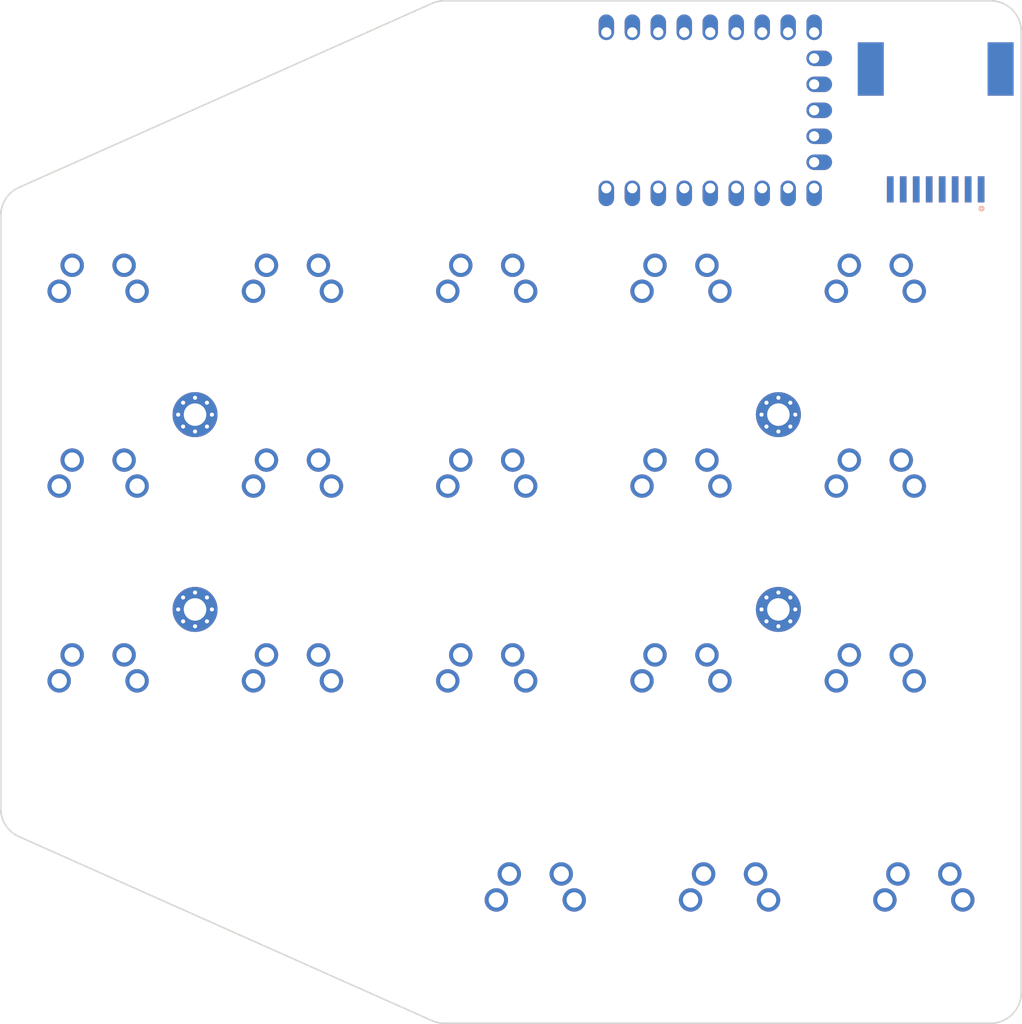
<source format=kicad_pcb>

            
(kicad_pcb (version 20171130) (host pcbnew 5.1.6)

  (page A3)
  (title_block
    (title quadrate_pcb)
    (rev v1.0.0)
    (company Unknown)
  )

  (general
    (thickness 1.6)
  )

  (layers
    (0 F.Cu signal)
    (31 B.Cu signal)
    (32 B.Adhes user)
    (33 F.Adhes user)
    (34 B.Paste user)
    (35 F.Paste user)
    (36 B.SilkS user)
    (37 F.SilkS user)
    (38 B.Mask user)
    (39 F.Mask user)
    (40 Dwgs.User user)
    (41 Cmts.User user)
    (42 Eco1.User user)
    (43 Eco2.User user)
    (44 Edge.Cuts user)
    (45 Margin user)
    (46 B.CrtYd user)
    (47 F.CrtYd user)
    (48 B.Fab user)
    (49 F.Fab user)
  )

  (setup
    (last_trace_width 0.25)
    (trace_clearance 0.2)
    (zone_clearance 0.508)
    (zone_45_only no)
    (trace_min 0.2)
    (via_size 0.8)
    (via_drill 0.4)
    (via_min_size 0.4)
    (via_min_drill 0.3)
    (uvia_size 0.3)
    (uvia_drill 0.1)
    (uvias_allowed no)
    (uvia_min_size 0.2)
    (uvia_min_drill 0.1)
    (edge_width 0.05)
    (segment_width 0.2)
    (pcb_text_width 0.3)
    (pcb_text_size 1.5 1.5)
    (mod_edge_width 0.12)
    (mod_text_size 1 1)
    (mod_text_width 0.15)
    (pad_size 1.524 1.524)
    (pad_drill 0.762)
    (pad_to_mask_clearance 0.05)
    (aux_axis_origin 0 0)
    (visible_elements FFFFFF7F)
    (pcbplotparams
      (layerselection 0x010fc_ffffffff)
      (usegerberextensions false)
      (usegerberattributes true)
      (usegerberadvancedattributes true)
      (creategerberjobfile true)
      (excludeedgelayer true)
      (linewidth 0.100000)
      (plotframeref false)
      (viasonmask false)
      (mode 1)
      (useauxorigin false)
      (hpglpennumber 1)
      (hpglpenspeed 20)
      (hpglpendiameter 15.000000)
      (psnegative false)
      (psa4output false)
      (plotreference true)
      (plotvalue true)
      (plotinvisibletext false)
      (padsonsilk false)
      (subtractmaskfromsilk false)
      (outputformat 1)
      (mirror false)
      (drillshape 1)
      (scaleselection 1)
      (outputdirectory ""))
  )

            (net 0 "")
(net 1 "matrix_pinky_bottom")
(net 2 "GND")
(net 3 "matrix_pinky_home")
(net 4 "matrix_pinky_top")
(net 5 "matrix_ring_bottom")
(net 6 "matrix_ring_home")
(net 7 "matrix_ring_top")
(net 8 "matrix_middle_bottom")
(net 9 "matrix_middle_home")
(net 10 "matrix_middle_top")
(net 11 "matrix_index_bottom")
(net 12 "matrix_index_home")
(net 13 "matrix_index_top")
(net 14 "matrix_inner_bottom")
(net 15 "matrix_inner_home")
(net 16 "matrix_inner_top")
(net 17 "thumbfan_near_home")
(net 18 "thumbfan_home_home")
(net 19 "thumbfan_far_home")
(net 20 "GP8")
(net 21 "GP9")
(net 22 "3V3")
(net 23 "5V")
            
  (net_class Default "This is the default net class."
    (clearance 0.2)
    (trace_width 0.25)
    (via_dia 0.8)
    (via_drill 0.4)
    (uvia_dia 0.3)
    (uvia_drill 0.1)
    (add_net "")
(add_net "matrix_pinky_bottom")
(add_net "GND")
(add_net "matrix_pinky_home")
(add_net "matrix_pinky_top")
(add_net "matrix_ring_bottom")
(add_net "matrix_ring_home")
(add_net "matrix_ring_top")
(add_net "matrix_middle_bottom")
(add_net "matrix_middle_home")
(add_net "matrix_middle_top")
(add_net "matrix_index_bottom")
(add_net "matrix_index_home")
(add_net "matrix_index_top")
(add_net "matrix_inner_bottom")
(add_net "matrix_inner_home")
(add_net "matrix_inner_top")
(add_net "thumbfan_near_home")
(add_net "thumbfan_home_home")
(add_net "thumbfan_far_home")
(add_net "GP8")
(add_net "GP9")
(add_net "3V3")
(add_net "5V")
  )

            
        
      (module MX (layer F.Cu) (tedit 5DD4F656)
      (at 152.4 152.4 0)

      
      (fp_text reference "S1" (at 0 0) (layer F.SilkS) hide (effects (font (size 1.27 1.27) (thickness 0.15))))
      (fp_text value "" (at 0 0) (layer F.SilkS) hide (effects (font (size 1.27 1.27) (thickness 0.15))))

      
      (fp_line (start -7 -6) (end -7 -7) (layer Dwgs.User) (width 0.15))
      (fp_line (start -7 7) (end -6 7) (layer Dwgs.User) (width 0.15))
      (fp_line (start -6 -7) (end -7 -7) (layer Dwgs.User) (width 0.15))
      (fp_line (start -7 7) (end -7 6) (layer Dwgs.User) (width 0.15))
      (fp_line (start 7 6) (end 7 7) (layer Dwgs.User) (width 0.15))
      (fp_line (start 7 -7) (end 6 -7) (layer Dwgs.User) (width 0.15))
      (fp_line (start 6 7) (end 7 7) (layer Dwgs.User) (width 0.15))
      (fp_line (start 7 -7) (end 7 -6) (layer Dwgs.User) (width 0.15))
    
      
      (pad "" np_thru_hole circle (at 0 0) (size 3.9878 3.9878) (drill 3.9878) (layers *.Cu *.Mask))

      
      (pad "" np_thru_hole circle (at 5.08 0) (size 1.7018 1.7018) (drill 1.7018) (layers *.Cu *.Mask))
      (pad "" np_thru_hole circle (at -5.08 0) (size 1.7018 1.7018) (drill 1.7018) (layers *.Cu *.Mask))
      
        
      
      (fp_line (start -9.5 -9.5) (end 9.5 -9.5) (layer Dwgs.User) (width 0.15))
      (fp_line (start 9.5 -9.5) (end 9.5 9.5) (layer Dwgs.User) (width 0.15))
      (fp_line (start 9.5 9.5) (end -9.5 9.5) (layer Dwgs.User) (width 0.15))
      (fp_line (start -9.5 9.5) (end -9.5 -9.5) (layer Dwgs.User) (width 0.15))
      
        
            
            (pad 1 thru_hole circle (at 2.54 -5.08) (size 2.286 2.286) (drill 1.4986) (layers *.Cu *.Mask) (net 1 "matrix_pinky_bottom"))
            (pad 2 thru_hole circle (at -3.81 -2.54) (size 2.286 2.286) (drill 1.4986) (layers *.Cu *.Mask) (net 2 "GND"))
          
            (pad "" np_thru_hole circle (at 2.54 5.08) (size 1.5 1.5) (drill 1.5) (layers *.Cu *.Mask))
            (pad "" np_thru_hole circle (at -3.81 2.54) (size 1.5 1.5) (drill 1.5) (layers *.Cu *.Mask))
          
        
            
            (pad 1 thru_hole circle (at -2.54 -5.08) (size 2.286 2.286) (drill 1.4986) (layers *.Cu *.Mask) (net 1 "matrix_pinky_bottom"))
            (pad 2 thru_hole circle (at 3.81 -2.54) (size 2.286 2.286) (drill 1.4986) (layers *.Cu *.Mask) (net 2 "GND"))
          
            (pad "" np_thru_hole circle (at -2.54 5.08) (size 1.5 1.5) (drill 1.5) (layers *.Cu *.Mask))
            (pad "" np_thru_hole circle (at 3.81 2.54) (size 1.5 1.5) (drill 1.5) (layers *.Cu *.Mask))
          )
        

        
      (module MX (layer F.Cu) (tedit 5DD4F656)
      (at 152.4 133.35 0)

      
      (fp_text reference "S2" (at 0 0) (layer F.SilkS) hide (effects (font (size 1.27 1.27) (thickness 0.15))))
      (fp_text value "" (at 0 0) (layer F.SilkS) hide (effects (font (size 1.27 1.27) (thickness 0.15))))

      
      (fp_line (start -7 -6) (end -7 -7) (layer Dwgs.User) (width 0.15))
      (fp_line (start -7 7) (end -6 7) (layer Dwgs.User) (width 0.15))
      (fp_line (start -6 -7) (end -7 -7) (layer Dwgs.User) (width 0.15))
      (fp_line (start -7 7) (end -7 6) (layer Dwgs.User) (width 0.15))
      (fp_line (start 7 6) (end 7 7) (layer Dwgs.User) (width 0.15))
      (fp_line (start 7 -7) (end 6 -7) (layer Dwgs.User) (width 0.15))
      (fp_line (start 6 7) (end 7 7) (layer Dwgs.User) (width 0.15))
      (fp_line (start 7 -7) (end 7 -6) (layer Dwgs.User) (width 0.15))
    
      
      (pad "" np_thru_hole circle (at 0 0) (size 3.9878 3.9878) (drill 3.9878) (layers *.Cu *.Mask))

      
      (pad "" np_thru_hole circle (at 5.08 0) (size 1.7018 1.7018) (drill 1.7018) (layers *.Cu *.Mask))
      (pad "" np_thru_hole circle (at -5.08 0) (size 1.7018 1.7018) (drill 1.7018) (layers *.Cu *.Mask))
      
        
      
      (fp_line (start -9.5 -9.5) (end 9.5 -9.5) (layer Dwgs.User) (width 0.15))
      (fp_line (start 9.5 -9.5) (end 9.5 9.5) (layer Dwgs.User) (width 0.15))
      (fp_line (start 9.5 9.5) (end -9.5 9.5) (layer Dwgs.User) (width 0.15))
      (fp_line (start -9.5 9.5) (end -9.5 -9.5) (layer Dwgs.User) (width 0.15))
      
        
            
            (pad 1 thru_hole circle (at 2.54 -5.08) (size 2.286 2.286) (drill 1.4986) (layers *.Cu *.Mask) (net 3 "matrix_pinky_home"))
            (pad 2 thru_hole circle (at -3.81 -2.54) (size 2.286 2.286) (drill 1.4986) (layers *.Cu *.Mask) (net 2 "GND"))
          
            (pad "" np_thru_hole circle (at 2.54 5.08) (size 1.5 1.5) (drill 1.5) (layers *.Cu *.Mask))
            (pad "" np_thru_hole circle (at -3.81 2.54) (size 1.5 1.5) (drill 1.5) (layers *.Cu *.Mask))
          
        
            
            (pad 1 thru_hole circle (at -2.54 -5.08) (size 2.286 2.286) (drill 1.4986) (layers *.Cu *.Mask) (net 3 "matrix_pinky_home"))
            (pad 2 thru_hole circle (at 3.81 -2.54) (size 2.286 2.286) (drill 1.4986) (layers *.Cu *.Mask) (net 2 "GND"))
          
            (pad "" np_thru_hole circle (at -2.54 5.08) (size 1.5 1.5) (drill 1.5) (layers *.Cu *.Mask))
            (pad "" np_thru_hole circle (at 3.81 2.54) (size 1.5 1.5) (drill 1.5) (layers *.Cu *.Mask))
          )
        

        
      (module MX (layer F.Cu) (tedit 5DD4F656)
      (at 152.4 114.3 0)

      
      (fp_text reference "S3" (at 0 0) (layer F.SilkS) hide (effects (font (size 1.27 1.27) (thickness 0.15))))
      (fp_text value "" (at 0 0) (layer F.SilkS) hide (effects (font (size 1.27 1.27) (thickness 0.15))))

      
      (fp_line (start -7 -6) (end -7 -7) (layer Dwgs.User) (width 0.15))
      (fp_line (start -7 7) (end -6 7) (layer Dwgs.User) (width 0.15))
      (fp_line (start -6 -7) (end -7 -7) (layer Dwgs.User) (width 0.15))
      (fp_line (start -7 7) (end -7 6) (layer Dwgs.User) (width 0.15))
      (fp_line (start 7 6) (end 7 7) (layer Dwgs.User) (width 0.15))
      (fp_line (start 7 -7) (end 6 -7) (layer Dwgs.User) (width 0.15))
      (fp_line (start 6 7) (end 7 7) (layer Dwgs.User) (width 0.15))
      (fp_line (start 7 -7) (end 7 -6) (layer Dwgs.User) (width 0.15))
    
      
      (pad "" np_thru_hole circle (at 0 0) (size 3.9878 3.9878) (drill 3.9878) (layers *.Cu *.Mask))

      
      (pad "" np_thru_hole circle (at 5.08 0) (size 1.7018 1.7018) (drill 1.7018) (layers *.Cu *.Mask))
      (pad "" np_thru_hole circle (at -5.08 0) (size 1.7018 1.7018) (drill 1.7018) (layers *.Cu *.Mask))
      
        
      
      (fp_line (start -9.5 -9.5) (end 9.5 -9.5) (layer Dwgs.User) (width 0.15))
      (fp_line (start 9.5 -9.5) (end 9.5 9.5) (layer Dwgs.User) (width 0.15))
      (fp_line (start 9.5 9.5) (end -9.5 9.5) (layer Dwgs.User) (width 0.15))
      (fp_line (start -9.5 9.5) (end -9.5 -9.5) (layer Dwgs.User) (width 0.15))
      
        
            
            (pad 1 thru_hole circle (at 2.54 -5.08) (size 2.286 2.286) (drill 1.4986) (layers *.Cu *.Mask) (net 4 "matrix_pinky_top"))
            (pad 2 thru_hole circle (at -3.81 -2.54) (size 2.286 2.286) (drill 1.4986) (layers *.Cu *.Mask) (net 2 "GND"))
          
            (pad "" np_thru_hole circle (at 2.54 5.08) (size 1.5 1.5) (drill 1.5) (layers *.Cu *.Mask))
            (pad "" np_thru_hole circle (at -3.81 2.54) (size 1.5 1.5) (drill 1.5) (layers *.Cu *.Mask))
          
        
            
            (pad 1 thru_hole circle (at -2.54 -5.08) (size 2.286 2.286) (drill 1.4986) (layers *.Cu *.Mask) (net 4 "matrix_pinky_top"))
            (pad 2 thru_hole circle (at 3.81 -2.54) (size 2.286 2.286) (drill 1.4986) (layers *.Cu *.Mask) (net 2 "GND"))
          
            (pad "" np_thru_hole circle (at -2.54 5.08) (size 1.5 1.5) (drill 1.5) (layers *.Cu *.Mask))
            (pad "" np_thru_hole circle (at 3.81 2.54) (size 1.5 1.5) (drill 1.5) (layers *.Cu *.Mask))
          )
        

        
      (module MX (layer F.Cu) (tedit 5DD4F656)
      (at 171.4 152.4 0)

      
      (fp_text reference "S4" (at 0 0) (layer F.SilkS) hide (effects (font (size 1.27 1.27) (thickness 0.15))))
      (fp_text value "" (at 0 0) (layer F.SilkS) hide (effects (font (size 1.27 1.27) (thickness 0.15))))

      
      (fp_line (start -7 -6) (end -7 -7) (layer Dwgs.User) (width 0.15))
      (fp_line (start -7 7) (end -6 7) (layer Dwgs.User) (width 0.15))
      (fp_line (start -6 -7) (end -7 -7) (layer Dwgs.User) (width 0.15))
      (fp_line (start -7 7) (end -7 6) (layer Dwgs.User) (width 0.15))
      (fp_line (start 7 6) (end 7 7) (layer Dwgs.User) (width 0.15))
      (fp_line (start 7 -7) (end 6 -7) (layer Dwgs.User) (width 0.15))
      (fp_line (start 6 7) (end 7 7) (layer Dwgs.User) (width 0.15))
      (fp_line (start 7 -7) (end 7 -6) (layer Dwgs.User) (width 0.15))
    
      
      (pad "" np_thru_hole circle (at 0 0) (size 3.9878 3.9878) (drill 3.9878) (layers *.Cu *.Mask))

      
      (pad "" np_thru_hole circle (at 5.08 0) (size 1.7018 1.7018) (drill 1.7018) (layers *.Cu *.Mask))
      (pad "" np_thru_hole circle (at -5.08 0) (size 1.7018 1.7018) (drill 1.7018) (layers *.Cu *.Mask))
      
        
      
      (fp_line (start -9.5 -9.5) (end 9.5 -9.5) (layer Dwgs.User) (width 0.15))
      (fp_line (start 9.5 -9.5) (end 9.5 9.5) (layer Dwgs.User) (width 0.15))
      (fp_line (start 9.5 9.5) (end -9.5 9.5) (layer Dwgs.User) (width 0.15))
      (fp_line (start -9.5 9.5) (end -9.5 -9.5) (layer Dwgs.User) (width 0.15))
      
        
            
            (pad 1 thru_hole circle (at 2.54 -5.08) (size 2.286 2.286) (drill 1.4986) (layers *.Cu *.Mask) (net 5 "matrix_ring_bottom"))
            (pad 2 thru_hole circle (at -3.81 -2.54) (size 2.286 2.286) (drill 1.4986) (layers *.Cu *.Mask) (net 2 "GND"))
          
            (pad "" np_thru_hole circle (at 2.54 5.08) (size 1.5 1.5) (drill 1.5) (layers *.Cu *.Mask))
            (pad "" np_thru_hole circle (at -3.81 2.54) (size 1.5 1.5) (drill 1.5) (layers *.Cu *.Mask))
          
        
            
            (pad 1 thru_hole circle (at -2.54 -5.08) (size 2.286 2.286) (drill 1.4986) (layers *.Cu *.Mask) (net 5 "matrix_ring_bottom"))
            (pad 2 thru_hole circle (at 3.81 -2.54) (size 2.286 2.286) (drill 1.4986) (layers *.Cu *.Mask) (net 2 "GND"))
          
            (pad "" np_thru_hole circle (at -2.54 5.08) (size 1.5 1.5) (drill 1.5) (layers *.Cu *.Mask))
            (pad "" np_thru_hole circle (at 3.81 2.54) (size 1.5 1.5) (drill 1.5) (layers *.Cu *.Mask))
          )
        

        
      (module MX (layer F.Cu) (tedit 5DD4F656)
      (at 171.4 133.35 0)

      
      (fp_text reference "S5" (at 0 0) (layer F.SilkS) hide (effects (font (size 1.27 1.27) (thickness 0.15))))
      (fp_text value "" (at 0 0) (layer F.SilkS) hide (effects (font (size 1.27 1.27) (thickness 0.15))))

      
      (fp_line (start -7 -6) (end -7 -7) (layer Dwgs.User) (width 0.15))
      (fp_line (start -7 7) (end -6 7) (layer Dwgs.User) (width 0.15))
      (fp_line (start -6 -7) (end -7 -7) (layer Dwgs.User) (width 0.15))
      (fp_line (start -7 7) (end -7 6) (layer Dwgs.User) (width 0.15))
      (fp_line (start 7 6) (end 7 7) (layer Dwgs.User) (width 0.15))
      (fp_line (start 7 -7) (end 6 -7) (layer Dwgs.User) (width 0.15))
      (fp_line (start 6 7) (end 7 7) (layer Dwgs.User) (width 0.15))
      (fp_line (start 7 -7) (end 7 -6) (layer Dwgs.User) (width 0.15))
    
      
      (pad "" np_thru_hole circle (at 0 0) (size 3.9878 3.9878) (drill 3.9878) (layers *.Cu *.Mask))

      
      (pad "" np_thru_hole circle (at 5.08 0) (size 1.7018 1.7018) (drill 1.7018) (layers *.Cu *.Mask))
      (pad "" np_thru_hole circle (at -5.08 0) (size 1.7018 1.7018) (drill 1.7018) (layers *.Cu *.Mask))
      
        
      
      (fp_line (start -9.5 -9.5) (end 9.5 -9.5) (layer Dwgs.User) (width 0.15))
      (fp_line (start 9.5 -9.5) (end 9.5 9.5) (layer Dwgs.User) (width 0.15))
      (fp_line (start 9.5 9.5) (end -9.5 9.5) (layer Dwgs.User) (width 0.15))
      (fp_line (start -9.5 9.5) (end -9.5 -9.5) (layer Dwgs.User) (width 0.15))
      
        
            
            (pad 1 thru_hole circle (at 2.54 -5.08) (size 2.286 2.286) (drill 1.4986) (layers *.Cu *.Mask) (net 6 "matrix_ring_home"))
            (pad 2 thru_hole circle (at -3.81 -2.54) (size 2.286 2.286) (drill 1.4986) (layers *.Cu *.Mask) (net 2 "GND"))
          
            (pad "" np_thru_hole circle (at 2.54 5.08) (size 1.5 1.5) (drill 1.5) (layers *.Cu *.Mask))
            (pad "" np_thru_hole circle (at -3.81 2.54) (size 1.5 1.5) (drill 1.5) (layers *.Cu *.Mask))
          
        
            
            (pad 1 thru_hole circle (at -2.54 -5.08) (size 2.286 2.286) (drill 1.4986) (layers *.Cu *.Mask) (net 6 "matrix_ring_home"))
            (pad 2 thru_hole circle (at 3.81 -2.54) (size 2.286 2.286) (drill 1.4986) (layers *.Cu *.Mask) (net 2 "GND"))
          
            (pad "" np_thru_hole circle (at -2.54 5.08) (size 1.5 1.5) (drill 1.5) (layers *.Cu *.Mask))
            (pad "" np_thru_hole circle (at 3.81 2.54) (size 1.5 1.5) (drill 1.5) (layers *.Cu *.Mask))
          )
        

        
      (module MX (layer F.Cu) (tedit 5DD4F656)
      (at 171.4 114.3 0)

      
      (fp_text reference "S6" (at 0 0) (layer F.SilkS) hide (effects (font (size 1.27 1.27) (thickness 0.15))))
      (fp_text value "" (at 0 0) (layer F.SilkS) hide (effects (font (size 1.27 1.27) (thickness 0.15))))

      
      (fp_line (start -7 -6) (end -7 -7) (layer Dwgs.User) (width 0.15))
      (fp_line (start -7 7) (end -6 7) (layer Dwgs.User) (width 0.15))
      (fp_line (start -6 -7) (end -7 -7) (layer Dwgs.User) (width 0.15))
      (fp_line (start -7 7) (end -7 6) (layer Dwgs.User) (width 0.15))
      (fp_line (start 7 6) (end 7 7) (layer Dwgs.User) (width 0.15))
      (fp_line (start 7 -7) (end 6 -7) (layer Dwgs.User) (width 0.15))
      (fp_line (start 6 7) (end 7 7) (layer Dwgs.User) (width 0.15))
      (fp_line (start 7 -7) (end 7 -6) (layer Dwgs.User) (width 0.15))
    
      
      (pad "" np_thru_hole circle (at 0 0) (size 3.9878 3.9878) (drill 3.9878) (layers *.Cu *.Mask))

      
      (pad "" np_thru_hole circle (at 5.08 0) (size 1.7018 1.7018) (drill 1.7018) (layers *.Cu *.Mask))
      (pad "" np_thru_hole circle (at -5.08 0) (size 1.7018 1.7018) (drill 1.7018) (layers *.Cu *.Mask))
      
        
      
      (fp_line (start -9.5 -9.5) (end 9.5 -9.5) (layer Dwgs.User) (width 0.15))
      (fp_line (start 9.5 -9.5) (end 9.5 9.5) (layer Dwgs.User) (width 0.15))
      (fp_line (start 9.5 9.5) (end -9.5 9.5) (layer Dwgs.User) (width 0.15))
      (fp_line (start -9.5 9.5) (end -9.5 -9.5) (layer Dwgs.User) (width 0.15))
      
        
            
            (pad 1 thru_hole circle (at 2.54 -5.08) (size 2.286 2.286) (drill 1.4986) (layers *.Cu *.Mask) (net 7 "matrix_ring_top"))
            (pad 2 thru_hole circle (at -3.81 -2.54) (size 2.286 2.286) (drill 1.4986) (layers *.Cu *.Mask) (net 2 "GND"))
          
            (pad "" np_thru_hole circle (at 2.54 5.08) (size 1.5 1.5) (drill 1.5) (layers *.Cu *.Mask))
            (pad "" np_thru_hole circle (at -3.81 2.54) (size 1.5 1.5) (drill 1.5) (layers *.Cu *.Mask))
          
        
            
            (pad 1 thru_hole circle (at -2.54 -5.08) (size 2.286 2.286) (drill 1.4986) (layers *.Cu *.Mask) (net 7 "matrix_ring_top"))
            (pad 2 thru_hole circle (at 3.81 -2.54) (size 2.286 2.286) (drill 1.4986) (layers *.Cu *.Mask) (net 2 "GND"))
          
            (pad "" np_thru_hole circle (at -2.54 5.08) (size 1.5 1.5) (drill 1.5) (layers *.Cu *.Mask))
            (pad "" np_thru_hole circle (at 3.81 2.54) (size 1.5 1.5) (drill 1.5) (layers *.Cu *.Mask))
          )
        

        
      (module MX (layer F.Cu) (tedit 5DD4F656)
      (at 190.4 152.4 0)

      
      (fp_text reference "S7" (at 0 0) (layer F.SilkS) hide (effects (font (size 1.27 1.27) (thickness 0.15))))
      (fp_text value "" (at 0 0) (layer F.SilkS) hide (effects (font (size 1.27 1.27) (thickness 0.15))))

      
      (fp_line (start -7 -6) (end -7 -7) (layer Dwgs.User) (width 0.15))
      (fp_line (start -7 7) (end -6 7) (layer Dwgs.User) (width 0.15))
      (fp_line (start -6 -7) (end -7 -7) (layer Dwgs.User) (width 0.15))
      (fp_line (start -7 7) (end -7 6) (layer Dwgs.User) (width 0.15))
      (fp_line (start 7 6) (end 7 7) (layer Dwgs.User) (width 0.15))
      (fp_line (start 7 -7) (end 6 -7) (layer Dwgs.User) (width 0.15))
      (fp_line (start 6 7) (end 7 7) (layer Dwgs.User) (width 0.15))
      (fp_line (start 7 -7) (end 7 -6) (layer Dwgs.User) (width 0.15))
    
      
      (pad "" np_thru_hole circle (at 0 0) (size 3.9878 3.9878) (drill 3.9878) (layers *.Cu *.Mask))

      
      (pad "" np_thru_hole circle (at 5.08 0) (size 1.7018 1.7018) (drill 1.7018) (layers *.Cu *.Mask))
      (pad "" np_thru_hole circle (at -5.08 0) (size 1.7018 1.7018) (drill 1.7018) (layers *.Cu *.Mask))
      
        
      
      (fp_line (start -9.5 -9.5) (end 9.5 -9.5) (layer Dwgs.User) (width 0.15))
      (fp_line (start 9.5 -9.5) (end 9.5 9.5) (layer Dwgs.User) (width 0.15))
      (fp_line (start 9.5 9.5) (end -9.5 9.5) (layer Dwgs.User) (width 0.15))
      (fp_line (start -9.5 9.5) (end -9.5 -9.5) (layer Dwgs.User) (width 0.15))
      
        
            
            (pad 1 thru_hole circle (at 2.54 -5.08) (size 2.286 2.286) (drill 1.4986) (layers *.Cu *.Mask) (net 8 "matrix_middle_bottom"))
            (pad 2 thru_hole circle (at -3.81 -2.54) (size 2.286 2.286) (drill 1.4986) (layers *.Cu *.Mask) (net 2 "GND"))
          
            (pad "" np_thru_hole circle (at 2.54 5.08) (size 1.5 1.5) (drill 1.5) (layers *.Cu *.Mask))
            (pad "" np_thru_hole circle (at -3.81 2.54) (size 1.5 1.5) (drill 1.5) (layers *.Cu *.Mask))
          
        
            
            (pad 1 thru_hole circle (at -2.54 -5.08) (size 2.286 2.286) (drill 1.4986) (layers *.Cu *.Mask) (net 8 "matrix_middle_bottom"))
            (pad 2 thru_hole circle (at 3.81 -2.54) (size 2.286 2.286) (drill 1.4986) (layers *.Cu *.Mask) (net 2 "GND"))
          
            (pad "" np_thru_hole circle (at -2.54 5.08) (size 1.5 1.5) (drill 1.5) (layers *.Cu *.Mask))
            (pad "" np_thru_hole circle (at 3.81 2.54) (size 1.5 1.5) (drill 1.5) (layers *.Cu *.Mask))
          )
        

        
      (module MX (layer F.Cu) (tedit 5DD4F656)
      (at 190.4 133.35 0)

      
      (fp_text reference "S8" (at 0 0) (layer F.SilkS) hide (effects (font (size 1.27 1.27) (thickness 0.15))))
      (fp_text value "" (at 0 0) (layer F.SilkS) hide (effects (font (size 1.27 1.27) (thickness 0.15))))

      
      (fp_line (start -7 -6) (end -7 -7) (layer Dwgs.User) (width 0.15))
      (fp_line (start -7 7) (end -6 7) (layer Dwgs.User) (width 0.15))
      (fp_line (start -6 -7) (end -7 -7) (layer Dwgs.User) (width 0.15))
      (fp_line (start -7 7) (end -7 6) (layer Dwgs.User) (width 0.15))
      (fp_line (start 7 6) (end 7 7) (layer Dwgs.User) (width 0.15))
      (fp_line (start 7 -7) (end 6 -7) (layer Dwgs.User) (width 0.15))
      (fp_line (start 6 7) (end 7 7) (layer Dwgs.User) (width 0.15))
      (fp_line (start 7 -7) (end 7 -6) (layer Dwgs.User) (width 0.15))
    
      
      (pad "" np_thru_hole circle (at 0 0) (size 3.9878 3.9878) (drill 3.9878) (layers *.Cu *.Mask))

      
      (pad "" np_thru_hole circle (at 5.08 0) (size 1.7018 1.7018) (drill 1.7018) (layers *.Cu *.Mask))
      (pad "" np_thru_hole circle (at -5.08 0) (size 1.7018 1.7018) (drill 1.7018) (layers *.Cu *.Mask))
      
        
      
      (fp_line (start -9.5 -9.5) (end 9.5 -9.5) (layer Dwgs.User) (width 0.15))
      (fp_line (start 9.5 -9.5) (end 9.5 9.5) (layer Dwgs.User) (width 0.15))
      (fp_line (start 9.5 9.5) (end -9.5 9.5) (layer Dwgs.User) (width 0.15))
      (fp_line (start -9.5 9.5) (end -9.5 -9.5) (layer Dwgs.User) (width 0.15))
      
        
            
            (pad 1 thru_hole circle (at 2.54 -5.08) (size 2.286 2.286) (drill 1.4986) (layers *.Cu *.Mask) (net 9 "matrix_middle_home"))
            (pad 2 thru_hole circle (at -3.81 -2.54) (size 2.286 2.286) (drill 1.4986) (layers *.Cu *.Mask) (net 2 "GND"))
          
            (pad "" np_thru_hole circle (at 2.54 5.08) (size 1.5 1.5) (drill 1.5) (layers *.Cu *.Mask))
            (pad "" np_thru_hole circle (at -3.81 2.54) (size 1.5 1.5) (drill 1.5) (layers *.Cu *.Mask))
          
        
            
            (pad 1 thru_hole circle (at -2.54 -5.08) (size 2.286 2.286) (drill 1.4986) (layers *.Cu *.Mask) (net 9 "matrix_middle_home"))
            (pad 2 thru_hole circle (at 3.81 -2.54) (size 2.286 2.286) (drill 1.4986) (layers *.Cu *.Mask) (net 2 "GND"))
          
            (pad "" np_thru_hole circle (at -2.54 5.08) (size 1.5 1.5) (drill 1.5) (layers *.Cu *.Mask))
            (pad "" np_thru_hole circle (at 3.81 2.54) (size 1.5 1.5) (drill 1.5) (layers *.Cu *.Mask))
          )
        

        
      (module MX (layer F.Cu) (tedit 5DD4F656)
      (at 190.4 114.3 0)

      
      (fp_text reference "S9" (at 0 0) (layer F.SilkS) hide (effects (font (size 1.27 1.27) (thickness 0.15))))
      (fp_text value "" (at 0 0) (layer F.SilkS) hide (effects (font (size 1.27 1.27) (thickness 0.15))))

      
      (fp_line (start -7 -6) (end -7 -7) (layer Dwgs.User) (width 0.15))
      (fp_line (start -7 7) (end -6 7) (layer Dwgs.User) (width 0.15))
      (fp_line (start -6 -7) (end -7 -7) (layer Dwgs.User) (width 0.15))
      (fp_line (start -7 7) (end -7 6) (layer Dwgs.User) (width 0.15))
      (fp_line (start 7 6) (end 7 7) (layer Dwgs.User) (width 0.15))
      (fp_line (start 7 -7) (end 6 -7) (layer Dwgs.User) (width 0.15))
      (fp_line (start 6 7) (end 7 7) (layer Dwgs.User) (width 0.15))
      (fp_line (start 7 -7) (end 7 -6) (layer Dwgs.User) (width 0.15))
    
      
      (pad "" np_thru_hole circle (at 0 0) (size 3.9878 3.9878) (drill 3.9878) (layers *.Cu *.Mask))

      
      (pad "" np_thru_hole circle (at 5.08 0) (size 1.7018 1.7018) (drill 1.7018) (layers *.Cu *.Mask))
      (pad "" np_thru_hole circle (at -5.08 0) (size 1.7018 1.7018) (drill 1.7018) (layers *.Cu *.Mask))
      
        
      
      (fp_line (start -9.5 -9.5) (end 9.5 -9.5) (layer Dwgs.User) (width 0.15))
      (fp_line (start 9.5 -9.5) (end 9.5 9.5) (layer Dwgs.User) (width 0.15))
      (fp_line (start 9.5 9.5) (end -9.5 9.5) (layer Dwgs.User) (width 0.15))
      (fp_line (start -9.5 9.5) (end -9.5 -9.5) (layer Dwgs.User) (width 0.15))
      
        
            
            (pad 1 thru_hole circle (at 2.54 -5.08) (size 2.286 2.286) (drill 1.4986) (layers *.Cu *.Mask) (net 10 "matrix_middle_top"))
            (pad 2 thru_hole circle (at -3.81 -2.54) (size 2.286 2.286) (drill 1.4986) (layers *.Cu *.Mask) (net 2 "GND"))
          
            (pad "" np_thru_hole circle (at 2.54 5.08) (size 1.5 1.5) (drill 1.5) (layers *.Cu *.Mask))
            (pad "" np_thru_hole circle (at -3.81 2.54) (size 1.5 1.5) (drill 1.5) (layers *.Cu *.Mask))
          
        
            
            (pad 1 thru_hole circle (at -2.54 -5.08) (size 2.286 2.286) (drill 1.4986) (layers *.Cu *.Mask) (net 10 "matrix_middle_top"))
            (pad 2 thru_hole circle (at 3.81 -2.54) (size 2.286 2.286) (drill 1.4986) (layers *.Cu *.Mask) (net 2 "GND"))
          
            (pad "" np_thru_hole circle (at -2.54 5.08) (size 1.5 1.5) (drill 1.5) (layers *.Cu *.Mask))
            (pad "" np_thru_hole circle (at 3.81 2.54) (size 1.5 1.5) (drill 1.5) (layers *.Cu *.Mask))
          )
        

        
      (module MX (layer F.Cu) (tedit 5DD4F656)
      (at 209.4 152.4 0)

      
      (fp_text reference "S10" (at 0 0) (layer F.SilkS) hide (effects (font (size 1.27 1.27) (thickness 0.15))))
      (fp_text value "" (at 0 0) (layer F.SilkS) hide (effects (font (size 1.27 1.27) (thickness 0.15))))

      
      (fp_line (start -7 -6) (end -7 -7) (layer Dwgs.User) (width 0.15))
      (fp_line (start -7 7) (end -6 7) (layer Dwgs.User) (width 0.15))
      (fp_line (start -6 -7) (end -7 -7) (layer Dwgs.User) (width 0.15))
      (fp_line (start -7 7) (end -7 6) (layer Dwgs.User) (width 0.15))
      (fp_line (start 7 6) (end 7 7) (layer Dwgs.User) (width 0.15))
      (fp_line (start 7 -7) (end 6 -7) (layer Dwgs.User) (width 0.15))
      (fp_line (start 6 7) (end 7 7) (layer Dwgs.User) (width 0.15))
      (fp_line (start 7 -7) (end 7 -6) (layer Dwgs.User) (width 0.15))
    
      
      (pad "" np_thru_hole circle (at 0 0) (size 3.9878 3.9878) (drill 3.9878) (layers *.Cu *.Mask))

      
      (pad "" np_thru_hole circle (at 5.08 0) (size 1.7018 1.7018) (drill 1.7018) (layers *.Cu *.Mask))
      (pad "" np_thru_hole circle (at -5.08 0) (size 1.7018 1.7018) (drill 1.7018) (layers *.Cu *.Mask))
      
        
      
      (fp_line (start -9.5 -9.5) (end 9.5 -9.5) (layer Dwgs.User) (width 0.15))
      (fp_line (start 9.5 -9.5) (end 9.5 9.5) (layer Dwgs.User) (width 0.15))
      (fp_line (start 9.5 9.5) (end -9.5 9.5) (layer Dwgs.User) (width 0.15))
      (fp_line (start -9.5 9.5) (end -9.5 -9.5) (layer Dwgs.User) (width 0.15))
      
        
            
            (pad 1 thru_hole circle (at 2.54 -5.08) (size 2.286 2.286) (drill 1.4986) (layers *.Cu *.Mask) (net 11 "matrix_index_bottom"))
            (pad 2 thru_hole circle (at -3.81 -2.54) (size 2.286 2.286) (drill 1.4986) (layers *.Cu *.Mask) (net 2 "GND"))
          
            (pad "" np_thru_hole circle (at 2.54 5.08) (size 1.5 1.5) (drill 1.5) (layers *.Cu *.Mask))
            (pad "" np_thru_hole circle (at -3.81 2.54) (size 1.5 1.5) (drill 1.5) (layers *.Cu *.Mask))
          
        
            
            (pad 1 thru_hole circle (at -2.54 -5.08) (size 2.286 2.286) (drill 1.4986) (layers *.Cu *.Mask) (net 11 "matrix_index_bottom"))
            (pad 2 thru_hole circle (at 3.81 -2.54) (size 2.286 2.286) (drill 1.4986) (layers *.Cu *.Mask) (net 2 "GND"))
          
            (pad "" np_thru_hole circle (at -2.54 5.08) (size 1.5 1.5) (drill 1.5) (layers *.Cu *.Mask))
            (pad "" np_thru_hole circle (at 3.81 2.54) (size 1.5 1.5) (drill 1.5) (layers *.Cu *.Mask))
          )
        

        
      (module MX (layer F.Cu) (tedit 5DD4F656)
      (at 209.4 133.35 0)

      
      (fp_text reference "S11" (at 0 0) (layer F.SilkS) hide (effects (font (size 1.27 1.27) (thickness 0.15))))
      (fp_text value "" (at 0 0) (layer F.SilkS) hide (effects (font (size 1.27 1.27) (thickness 0.15))))

      
      (fp_line (start -7 -6) (end -7 -7) (layer Dwgs.User) (width 0.15))
      (fp_line (start -7 7) (end -6 7) (layer Dwgs.User) (width 0.15))
      (fp_line (start -6 -7) (end -7 -7) (layer Dwgs.User) (width 0.15))
      (fp_line (start -7 7) (end -7 6) (layer Dwgs.User) (width 0.15))
      (fp_line (start 7 6) (end 7 7) (layer Dwgs.User) (width 0.15))
      (fp_line (start 7 -7) (end 6 -7) (layer Dwgs.User) (width 0.15))
      (fp_line (start 6 7) (end 7 7) (layer Dwgs.User) (width 0.15))
      (fp_line (start 7 -7) (end 7 -6) (layer Dwgs.User) (width 0.15))
    
      
      (pad "" np_thru_hole circle (at 0 0) (size 3.9878 3.9878) (drill 3.9878) (layers *.Cu *.Mask))

      
      (pad "" np_thru_hole circle (at 5.08 0) (size 1.7018 1.7018) (drill 1.7018) (layers *.Cu *.Mask))
      (pad "" np_thru_hole circle (at -5.08 0) (size 1.7018 1.7018) (drill 1.7018) (layers *.Cu *.Mask))
      
        
      
      (fp_line (start -9.5 -9.5) (end 9.5 -9.5) (layer Dwgs.User) (width 0.15))
      (fp_line (start 9.5 -9.5) (end 9.5 9.5) (layer Dwgs.User) (width 0.15))
      (fp_line (start 9.5 9.5) (end -9.5 9.5) (layer Dwgs.User) (width 0.15))
      (fp_line (start -9.5 9.5) (end -9.5 -9.5) (layer Dwgs.User) (width 0.15))
      
        
            
            (pad 1 thru_hole circle (at 2.54 -5.08) (size 2.286 2.286) (drill 1.4986) (layers *.Cu *.Mask) (net 12 "matrix_index_home"))
            (pad 2 thru_hole circle (at -3.81 -2.54) (size 2.286 2.286) (drill 1.4986) (layers *.Cu *.Mask) (net 2 "GND"))
          
            (pad "" np_thru_hole circle (at 2.54 5.08) (size 1.5 1.5) (drill 1.5) (layers *.Cu *.Mask))
            (pad "" np_thru_hole circle (at -3.81 2.54) (size 1.5 1.5) (drill 1.5) (layers *.Cu *.Mask))
          
        
            
            (pad 1 thru_hole circle (at -2.54 -5.08) (size 2.286 2.286) (drill 1.4986) (layers *.Cu *.Mask) (net 12 "matrix_index_home"))
            (pad 2 thru_hole circle (at 3.81 -2.54) (size 2.286 2.286) (drill 1.4986) (layers *.Cu *.Mask) (net 2 "GND"))
          
            (pad "" np_thru_hole circle (at -2.54 5.08) (size 1.5 1.5) (drill 1.5) (layers *.Cu *.Mask))
            (pad "" np_thru_hole circle (at 3.81 2.54) (size 1.5 1.5) (drill 1.5) (layers *.Cu *.Mask))
          )
        

        
      (module MX (layer F.Cu) (tedit 5DD4F656)
      (at 209.4 114.3 0)

      
      (fp_text reference "S12" (at 0 0) (layer F.SilkS) hide (effects (font (size 1.27 1.27) (thickness 0.15))))
      (fp_text value "" (at 0 0) (layer F.SilkS) hide (effects (font (size 1.27 1.27) (thickness 0.15))))

      
      (fp_line (start -7 -6) (end -7 -7) (layer Dwgs.User) (width 0.15))
      (fp_line (start -7 7) (end -6 7) (layer Dwgs.User) (width 0.15))
      (fp_line (start -6 -7) (end -7 -7) (layer Dwgs.User) (width 0.15))
      (fp_line (start -7 7) (end -7 6) (layer Dwgs.User) (width 0.15))
      (fp_line (start 7 6) (end 7 7) (layer Dwgs.User) (width 0.15))
      (fp_line (start 7 -7) (end 6 -7) (layer Dwgs.User) (width 0.15))
      (fp_line (start 6 7) (end 7 7) (layer Dwgs.User) (width 0.15))
      (fp_line (start 7 -7) (end 7 -6) (layer Dwgs.User) (width 0.15))
    
      
      (pad "" np_thru_hole circle (at 0 0) (size 3.9878 3.9878) (drill 3.9878) (layers *.Cu *.Mask))

      
      (pad "" np_thru_hole circle (at 5.08 0) (size 1.7018 1.7018) (drill 1.7018) (layers *.Cu *.Mask))
      (pad "" np_thru_hole circle (at -5.08 0) (size 1.7018 1.7018) (drill 1.7018) (layers *.Cu *.Mask))
      
        
      
      (fp_line (start -9.5 -9.5) (end 9.5 -9.5) (layer Dwgs.User) (width 0.15))
      (fp_line (start 9.5 -9.5) (end 9.5 9.5) (layer Dwgs.User) (width 0.15))
      (fp_line (start 9.5 9.5) (end -9.5 9.5) (layer Dwgs.User) (width 0.15))
      (fp_line (start -9.5 9.5) (end -9.5 -9.5) (layer Dwgs.User) (width 0.15))
      
        
            
            (pad 1 thru_hole circle (at 2.54 -5.08) (size 2.286 2.286) (drill 1.4986) (layers *.Cu *.Mask) (net 13 "matrix_index_top"))
            (pad 2 thru_hole circle (at -3.81 -2.54) (size 2.286 2.286) (drill 1.4986) (layers *.Cu *.Mask) (net 2 "GND"))
          
            (pad "" np_thru_hole circle (at 2.54 5.08) (size 1.5 1.5) (drill 1.5) (layers *.Cu *.Mask))
            (pad "" np_thru_hole circle (at -3.81 2.54) (size 1.5 1.5) (drill 1.5) (layers *.Cu *.Mask))
          
        
            
            (pad 1 thru_hole circle (at -2.54 -5.08) (size 2.286 2.286) (drill 1.4986) (layers *.Cu *.Mask) (net 13 "matrix_index_top"))
            (pad 2 thru_hole circle (at 3.81 -2.54) (size 2.286 2.286) (drill 1.4986) (layers *.Cu *.Mask) (net 2 "GND"))
          
            (pad "" np_thru_hole circle (at -2.54 5.08) (size 1.5 1.5) (drill 1.5) (layers *.Cu *.Mask))
            (pad "" np_thru_hole circle (at 3.81 2.54) (size 1.5 1.5) (drill 1.5) (layers *.Cu *.Mask))
          )
        

        
      (module MX (layer F.Cu) (tedit 5DD4F656)
      (at 228.4 152.4 0)

      
      (fp_text reference "S13" (at 0 0) (layer F.SilkS) hide (effects (font (size 1.27 1.27) (thickness 0.15))))
      (fp_text value "" (at 0 0) (layer F.SilkS) hide (effects (font (size 1.27 1.27) (thickness 0.15))))

      
      (fp_line (start -7 -6) (end -7 -7) (layer Dwgs.User) (width 0.15))
      (fp_line (start -7 7) (end -6 7) (layer Dwgs.User) (width 0.15))
      (fp_line (start -6 -7) (end -7 -7) (layer Dwgs.User) (width 0.15))
      (fp_line (start -7 7) (end -7 6) (layer Dwgs.User) (width 0.15))
      (fp_line (start 7 6) (end 7 7) (layer Dwgs.User) (width 0.15))
      (fp_line (start 7 -7) (end 6 -7) (layer Dwgs.User) (width 0.15))
      (fp_line (start 6 7) (end 7 7) (layer Dwgs.User) (width 0.15))
      (fp_line (start 7 -7) (end 7 -6) (layer Dwgs.User) (width 0.15))
    
      
      (pad "" np_thru_hole circle (at 0 0) (size 3.9878 3.9878) (drill 3.9878) (layers *.Cu *.Mask))

      
      (pad "" np_thru_hole circle (at 5.08 0) (size 1.7018 1.7018) (drill 1.7018) (layers *.Cu *.Mask))
      (pad "" np_thru_hole circle (at -5.08 0) (size 1.7018 1.7018) (drill 1.7018) (layers *.Cu *.Mask))
      
        
      
      (fp_line (start -9.5 -9.5) (end 9.5 -9.5) (layer Dwgs.User) (width 0.15))
      (fp_line (start 9.5 -9.5) (end 9.5 9.5) (layer Dwgs.User) (width 0.15))
      (fp_line (start 9.5 9.5) (end -9.5 9.5) (layer Dwgs.User) (width 0.15))
      (fp_line (start -9.5 9.5) (end -9.5 -9.5) (layer Dwgs.User) (width 0.15))
      
        
            
            (pad 1 thru_hole circle (at 2.54 -5.08) (size 2.286 2.286) (drill 1.4986) (layers *.Cu *.Mask) (net 14 "matrix_inner_bottom"))
            (pad 2 thru_hole circle (at -3.81 -2.54) (size 2.286 2.286) (drill 1.4986) (layers *.Cu *.Mask) (net 2 "GND"))
          
            (pad "" np_thru_hole circle (at 2.54 5.08) (size 1.5 1.5) (drill 1.5) (layers *.Cu *.Mask))
            (pad "" np_thru_hole circle (at -3.81 2.54) (size 1.5 1.5) (drill 1.5) (layers *.Cu *.Mask))
          
        
            
            (pad 1 thru_hole circle (at -2.54 -5.08) (size 2.286 2.286) (drill 1.4986) (layers *.Cu *.Mask) (net 14 "matrix_inner_bottom"))
            (pad 2 thru_hole circle (at 3.81 -2.54) (size 2.286 2.286) (drill 1.4986) (layers *.Cu *.Mask) (net 2 "GND"))
          
            (pad "" np_thru_hole circle (at -2.54 5.08) (size 1.5 1.5) (drill 1.5) (layers *.Cu *.Mask))
            (pad "" np_thru_hole circle (at 3.81 2.54) (size 1.5 1.5) (drill 1.5) (layers *.Cu *.Mask))
          )
        

        
      (module MX (layer F.Cu) (tedit 5DD4F656)
      (at 228.4 133.35 0)

      
      (fp_text reference "S14" (at 0 0) (layer F.SilkS) hide (effects (font (size 1.27 1.27) (thickness 0.15))))
      (fp_text value "" (at 0 0) (layer F.SilkS) hide (effects (font (size 1.27 1.27) (thickness 0.15))))

      
      (fp_line (start -7 -6) (end -7 -7) (layer Dwgs.User) (width 0.15))
      (fp_line (start -7 7) (end -6 7) (layer Dwgs.User) (width 0.15))
      (fp_line (start -6 -7) (end -7 -7) (layer Dwgs.User) (width 0.15))
      (fp_line (start -7 7) (end -7 6) (layer Dwgs.User) (width 0.15))
      (fp_line (start 7 6) (end 7 7) (layer Dwgs.User) (width 0.15))
      (fp_line (start 7 -7) (end 6 -7) (layer Dwgs.User) (width 0.15))
      (fp_line (start 6 7) (end 7 7) (layer Dwgs.User) (width 0.15))
      (fp_line (start 7 -7) (end 7 -6) (layer Dwgs.User) (width 0.15))
    
      
      (pad "" np_thru_hole circle (at 0 0) (size 3.9878 3.9878) (drill 3.9878) (layers *.Cu *.Mask))

      
      (pad "" np_thru_hole circle (at 5.08 0) (size 1.7018 1.7018) (drill 1.7018) (layers *.Cu *.Mask))
      (pad "" np_thru_hole circle (at -5.08 0) (size 1.7018 1.7018) (drill 1.7018) (layers *.Cu *.Mask))
      
        
      
      (fp_line (start -9.5 -9.5) (end 9.5 -9.5) (layer Dwgs.User) (width 0.15))
      (fp_line (start 9.5 -9.5) (end 9.5 9.5) (layer Dwgs.User) (width 0.15))
      (fp_line (start 9.5 9.5) (end -9.5 9.5) (layer Dwgs.User) (width 0.15))
      (fp_line (start -9.5 9.5) (end -9.5 -9.5) (layer Dwgs.User) (width 0.15))
      
        
            
            (pad 1 thru_hole circle (at 2.54 -5.08) (size 2.286 2.286) (drill 1.4986) (layers *.Cu *.Mask) (net 15 "matrix_inner_home"))
            (pad 2 thru_hole circle (at -3.81 -2.54) (size 2.286 2.286) (drill 1.4986) (layers *.Cu *.Mask) (net 2 "GND"))
          
            (pad "" np_thru_hole circle (at 2.54 5.08) (size 1.5 1.5) (drill 1.5) (layers *.Cu *.Mask))
            (pad "" np_thru_hole circle (at -3.81 2.54) (size 1.5 1.5) (drill 1.5) (layers *.Cu *.Mask))
          
        
            
            (pad 1 thru_hole circle (at -2.54 -5.08) (size 2.286 2.286) (drill 1.4986) (layers *.Cu *.Mask) (net 15 "matrix_inner_home"))
            (pad 2 thru_hole circle (at 3.81 -2.54) (size 2.286 2.286) (drill 1.4986) (layers *.Cu *.Mask) (net 2 "GND"))
          
            (pad "" np_thru_hole circle (at -2.54 5.08) (size 1.5 1.5) (drill 1.5) (layers *.Cu *.Mask))
            (pad "" np_thru_hole circle (at 3.81 2.54) (size 1.5 1.5) (drill 1.5) (layers *.Cu *.Mask))
          )
        

        
      (module MX (layer F.Cu) (tedit 5DD4F656)
      (at 228.4 114.3 0)

      
      (fp_text reference "S15" (at 0 0) (layer F.SilkS) hide (effects (font (size 1.27 1.27) (thickness 0.15))))
      (fp_text value "" (at 0 0) (layer F.SilkS) hide (effects (font (size 1.27 1.27) (thickness 0.15))))

      
      (fp_line (start -7 -6) (end -7 -7) (layer Dwgs.User) (width 0.15))
      (fp_line (start -7 7) (end -6 7) (layer Dwgs.User) (width 0.15))
      (fp_line (start -6 -7) (end -7 -7) (layer Dwgs.User) (width 0.15))
      (fp_line (start -7 7) (end -7 6) (layer Dwgs.User) (width 0.15))
      (fp_line (start 7 6) (end 7 7) (layer Dwgs.User) (width 0.15))
      (fp_line (start 7 -7) (end 6 -7) (layer Dwgs.User) (width 0.15))
      (fp_line (start 6 7) (end 7 7) (layer Dwgs.User) (width 0.15))
      (fp_line (start 7 -7) (end 7 -6) (layer Dwgs.User) (width 0.15))
    
      
      (pad "" np_thru_hole circle (at 0 0) (size 3.9878 3.9878) (drill 3.9878) (layers *.Cu *.Mask))

      
      (pad "" np_thru_hole circle (at 5.08 0) (size 1.7018 1.7018) (drill 1.7018) (layers *.Cu *.Mask))
      (pad "" np_thru_hole circle (at -5.08 0) (size 1.7018 1.7018) (drill 1.7018) (layers *.Cu *.Mask))
      
        
      
      (fp_line (start -9.5 -9.5) (end 9.5 -9.5) (layer Dwgs.User) (width 0.15))
      (fp_line (start 9.5 -9.5) (end 9.5 9.5) (layer Dwgs.User) (width 0.15))
      (fp_line (start 9.5 9.5) (end -9.5 9.5) (layer Dwgs.User) (width 0.15))
      (fp_line (start -9.5 9.5) (end -9.5 -9.5) (layer Dwgs.User) (width 0.15))
      
        
            
            (pad 1 thru_hole circle (at 2.54 -5.08) (size 2.286 2.286) (drill 1.4986) (layers *.Cu *.Mask) (net 16 "matrix_inner_top"))
            (pad 2 thru_hole circle (at -3.81 -2.54) (size 2.286 2.286) (drill 1.4986) (layers *.Cu *.Mask) (net 2 "GND"))
          
            (pad "" np_thru_hole circle (at 2.54 5.08) (size 1.5 1.5) (drill 1.5) (layers *.Cu *.Mask))
            (pad "" np_thru_hole circle (at -3.81 2.54) (size 1.5 1.5) (drill 1.5) (layers *.Cu *.Mask))
          
        
            
            (pad 1 thru_hole circle (at -2.54 -5.08) (size 2.286 2.286) (drill 1.4986) (layers *.Cu *.Mask) (net 16 "matrix_inner_top"))
            (pad 2 thru_hole circle (at 3.81 -2.54) (size 2.286 2.286) (drill 1.4986) (layers *.Cu *.Mask) (net 2 "GND"))
          
            (pad "" np_thru_hole circle (at -2.54 5.08) (size 1.5 1.5) (drill 1.5) (layers *.Cu *.Mask))
            (pad "" np_thru_hole circle (at 3.81 2.54) (size 1.5 1.5) (drill 1.5) (layers *.Cu *.Mask))
          )
        

        
      (module MX (layer F.Cu) (tedit 5DD4F656)
      (at 195.15 173.82500000000002 0)

      
      (fp_text reference "S16" (at 0 0) (layer F.SilkS) hide (effects (font (size 1.27 1.27) (thickness 0.15))))
      (fp_text value "" (at 0 0) (layer F.SilkS) hide (effects (font (size 1.27 1.27) (thickness 0.15))))

      
      (fp_line (start -7 -6) (end -7 -7) (layer Dwgs.User) (width 0.15))
      (fp_line (start -7 7) (end -6 7) (layer Dwgs.User) (width 0.15))
      (fp_line (start -6 -7) (end -7 -7) (layer Dwgs.User) (width 0.15))
      (fp_line (start -7 7) (end -7 6) (layer Dwgs.User) (width 0.15))
      (fp_line (start 7 6) (end 7 7) (layer Dwgs.User) (width 0.15))
      (fp_line (start 7 -7) (end 6 -7) (layer Dwgs.User) (width 0.15))
      (fp_line (start 6 7) (end 7 7) (layer Dwgs.User) (width 0.15))
      (fp_line (start 7 -7) (end 7 -6) (layer Dwgs.User) (width 0.15))
    
      
      (pad "" np_thru_hole circle (at 0 0) (size 3.9878 3.9878) (drill 3.9878) (layers *.Cu *.Mask))

      
      (pad "" np_thru_hole circle (at 5.08 0) (size 1.7018 1.7018) (drill 1.7018) (layers *.Cu *.Mask))
      (pad "" np_thru_hole circle (at -5.08 0) (size 1.7018 1.7018) (drill 1.7018) (layers *.Cu *.Mask))
      
        
      
      (fp_line (start -9.5 -9.5) (end 9.5 -9.5) (layer Dwgs.User) (width 0.15))
      (fp_line (start 9.5 -9.5) (end 9.5 9.5) (layer Dwgs.User) (width 0.15))
      (fp_line (start 9.5 9.5) (end -9.5 9.5) (layer Dwgs.User) (width 0.15))
      (fp_line (start -9.5 9.5) (end -9.5 -9.5) (layer Dwgs.User) (width 0.15))
      
        
            
            (pad 1 thru_hole circle (at 2.54 -5.08) (size 2.286 2.286) (drill 1.4986) (layers *.Cu *.Mask) (net 17 "thumbfan_near_home"))
            (pad 2 thru_hole circle (at -3.81 -2.54) (size 2.286 2.286) (drill 1.4986) (layers *.Cu *.Mask) (net 2 "GND"))
          
            (pad "" np_thru_hole circle (at 2.54 5.08) (size 1.5 1.5) (drill 1.5) (layers *.Cu *.Mask))
            (pad "" np_thru_hole circle (at -3.81 2.54) (size 1.5 1.5) (drill 1.5) (layers *.Cu *.Mask))
          
        
            
            (pad 1 thru_hole circle (at -2.54 -5.08) (size 2.286 2.286) (drill 1.4986) (layers *.Cu *.Mask) (net 17 "thumbfan_near_home"))
            (pad 2 thru_hole circle (at 3.81 -2.54) (size 2.286 2.286) (drill 1.4986) (layers *.Cu *.Mask) (net 2 "GND"))
          
            (pad "" np_thru_hole circle (at -2.54 5.08) (size 1.5 1.5) (drill 1.5) (layers *.Cu *.Mask))
            (pad "" np_thru_hole circle (at 3.81 2.54) (size 1.5 1.5) (drill 1.5) (layers *.Cu *.Mask))
          )
        

        
      (module MX (layer F.Cu) (tedit 5DD4F656)
      (at 214.15 173.82500000000002 0)

      
      (fp_text reference "S17" (at 0 0) (layer F.SilkS) hide (effects (font (size 1.27 1.27) (thickness 0.15))))
      (fp_text value "" (at 0 0) (layer F.SilkS) hide (effects (font (size 1.27 1.27) (thickness 0.15))))

      
      (fp_line (start -7 -6) (end -7 -7) (layer Dwgs.User) (width 0.15))
      (fp_line (start -7 7) (end -6 7) (layer Dwgs.User) (width 0.15))
      (fp_line (start -6 -7) (end -7 -7) (layer Dwgs.User) (width 0.15))
      (fp_line (start -7 7) (end -7 6) (layer Dwgs.User) (width 0.15))
      (fp_line (start 7 6) (end 7 7) (layer Dwgs.User) (width 0.15))
      (fp_line (start 7 -7) (end 6 -7) (layer Dwgs.User) (width 0.15))
      (fp_line (start 6 7) (end 7 7) (layer Dwgs.User) (width 0.15))
      (fp_line (start 7 -7) (end 7 -6) (layer Dwgs.User) (width 0.15))
    
      
      (pad "" np_thru_hole circle (at 0 0) (size 3.9878 3.9878) (drill 3.9878) (layers *.Cu *.Mask))

      
      (pad "" np_thru_hole circle (at 5.08 0) (size 1.7018 1.7018) (drill 1.7018) (layers *.Cu *.Mask))
      (pad "" np_thru_hole circle (at -5.08 0) (size 1.7018 1.7018) (drill 1.7018) (layers *.Cu *.Mask))
      
        
      
      (fp_line (start -9.5 -9.5) (end 9.5 -9.5) (layer Dwgs.User) (width 0.15))
      (fp_line (start 9.5 -9.5) (end 9.5 9.5) (layer Dwgs.User) (width 0.15))
      (fp_line (start 9.5 9.5) (end -9.5 9.5) (layer Dwgs.User) (width 0.15))
      (fp_line (start -9.5 9.5) (end -9.5 -9.5) (layer Dwgs.User) (width 0.15))
      
        
            
            (pad 1 thru_hole circle (at 2.54 -5.08) (size 2.286 2.286) (drill 1.4986) (layers *.Cu *.Mask) (net 18 "thumbfan_home_home"))
            (pad 2 thru_hole circle (at -3.81 -2.54) (size 2.286 2.286) (drill 1.4986) (layers *.Cu *.Mask) (net 2 "GND"))
          
            (pad "" np_thru_hole circle (at 2.54 5.08) (size 1.5 1.5) (drill 1.5) (layers *.Cu *.Mask))
            (pad "" np_thru_hole circle (at -3.81 2.54) (size 1.5 1.5) (drill 1.5) (layers *.Cu *.Mask))
          
        
            
            (pad 1 thru_hole circle (at -2.54 -5.08) (size 2.286 2.286) (drill 1.4986) (layers *.Cu *.Mask) (net 18 "thumbfan_home_home"))
            (pad 2 thru_hole circle (at 3.81 -2.54) (size 2.286 2.286) (drill 1.4986) (layers *.Cu *.Mask) (net 2 "GND"))
          
            (pad "" np_thru_hole circle (at -2.54 5.08) (size 1.5 1.5) (drill 1.5) (layers *.Cu *.Mask))
            (pad "" np_thru_hole circle (at 3.81 2.54) (size 1.5 1.5) (drill 1.5) (layers *.Cu *.Mask))
          )
        

        
      (module MX (layer F.Cu) (tedit 5DD4F656)
      (at 233.15 173.82500000000002 0)

      
      (fp_text reference "S18" (at 0 0) (layer F.SilkS) hide (effects (font (size 1.27 1.27) (thickness 0.15))))
      (fp_text value "" (at 0 0) (layer F.SilkS) hide (effects (font (size 1.27 1.27) (thickness 0.15))))

      
      (fp_line (start -7 -6) (end -7 -7) (layer Dwgs.User) (width 0.15))
      (fp_line (start -7 7) (end -6 7) (layer Dwgs.User) (width 0.15))
      (fp_line (start -6 -7) (end -7 -7) (layer Dwgs.User) (width 0.15))
      (fp_line (start -7 7) (end -7 6) (layer Dwgs.User) (width 0.15))
      (fp_line (start 7 6) (end 7 7) (layer Dwgs.User) (width 0.15))
      (fp_line (start 7 -7) (end 6 -7) (layer Dwgs.User) (width 0.15))
      (fp_line (start 6 7) (end 7 7) (layer Dwgs.User) (width 0.15))
      (fp_line (start 7 -7) (end 7 -6) (layer Dwgs.User) (width 0.15))
    
      
      (pad "" np_thru_hole circle (at 0 0) (size 3.9878 3.9878) (drill 3.9878) (layers *.Cu *.Mask))

      
      (pad "" np_thru_hole circle (at 5.08 0) (size 1.7018 1.7018) (drill 1.7018) (layers *.Cu *.Mask))
      (pad "" np_thru_hole circle (at -5.08 0) (size 1.7018 1.7018) (drill 1.7018) (layers *.Cu *.Mask))
      
        
      
      (fp_line (start -9.5 -9.5) (end 9.5 -9.5) (layer Dwgs.User) (width 0.15))
      (fp_line (start 9.5 -9.5) (end 9.5 9.5) (layer Dwgs.User) (width 0.15))
      (fp_line (start 9.5 9.5) (end -9.5 9.5) (layer Dwgs.User) (width 0.15))
      (fp_line (start -9.5 9.5) (end -9.5 -9.5) (layer Dwgs.User) (width 0.15))
      
        
            
            (pad 1 thru_hole circle (at 2.54 -5.08) (size 2.286 2.286) (drill 1.4986) (layers *.Cu *.Mask) (net 19 "thumbfan_far_home"))
            (pad 2 thru_hole circle (at -3.81 -2.54) (size 2.286 2.286) (drill 1.4986) (layers *.Cu *.Mask) (net 2 "GND"))
          
            (pad "" np_thru_hole circle (at 2.54 5.08) (size 1.5 1.5) (drill 1.5) (layers *.Cu *.Mask))
            (pad "" np_thru_hole circle (at -3.81 2.54) (size 1.5 1.5) (drill 1.5) (layers *.Cu *.Mask))
          
        
            
            (pad 1 thru_hole circle (at -2.54 -5.08) (size 2.286 2.286) (drill 1.4986) (layers *.Cu *.Mask) (net 19 "thumbfan_far_home"))
            (pad 2 thru_hole circle (at 3.81 -2.54) (size 2.286 2.286) (drill 1.4986) (layers *.Cu *.Mask) (net 2 "GND"))
          
            (pad "" np_thru_hole circle (at -2.54 5.08) (size 1.5 1.5) (drill 1.5) (layers *.Cu *.Mask))
            (pad "" np_thru_hole circle (at 3.81 2.54) (size 1.5 1.5) (drill 1.5) (layers *.Cu *.Mask))
          )
        

    (module rp2040_zero_tht_pads (layer F.Cu)
      (at 212.2575 94.0625 90)
      (attr through_hole)
      (pad 1 thru_hole oval (at 7.62 -10.16 270) (size 2.5 1.5) (drill 1 (offset -0.5 0)) (layers *.Cu *.Mask) (tstamp a67b97a6-51fd-4a32-8231-3fd10436b6ab) (net 4 "matrix_pinky_top"))
      (pad 2 thru_hole oval (at 7.62 -7.62 270) (size 2.5 1.5) (drill 1 (offset -0.5 0)) (layers *.Cu *.Mask) (tstamp 68f7174d-ce7a-41b4-89f8-dd7e3ded57a1) (net 3 "matrix_pinky_home"))
      (pad 3 thru_hole oval (at 7.62 -5.08 270) (size 2.5 1.5) (drill 1 (offset -0.5 0)) (layers *.Cu *.Mask) (tstamp da7e6488-201f-4286-b86a-ca5aced3697a) (net 1 "matrix_pinky_bottom"))
      (pad 4 thru_hole oval (at 7.62 -2.54 270) (size 2.5 1.5) (drill 1 (offset -0.5 0)) (layers *.Cu *.Mask) (tstamp 2b7c4f37-42c0-4571-a44b-b808484d3d74) (net 7 "matrix_ring_top"))
      (pad 5 thru_hole oval (at 7.62 0 270) (size 2.5 1.5) (drill 1 (offset -0.5 0)) (layers *.Cu *.Mask) (tstamp abe3c03e-744a-4406-8e50-6a10745f0c43) (net 6 "matrix_ring_home"))
      (pad 6 thru_hole oval (at 7.62 2.54 270) (size 2.5 1.5) (drill 1 (offset -0.5 0)) (layers *.Cu *.Mask) (tstamp 771cb5c1-62ba-4cca-999e-cdcbe417213c) (net 5 "matrix_ring_bottom"))
      (pad 7 thru_hole oval (at 7.62 5.08 270) (size 2.5 1.5) (drill 1 (offset -0.5 0)) (layers *.Cu *.Mask) (tstamp 6a1ae8ee-dea6-4015-b83e-baf8fcdfaf0f) (net 10 "matrix_middle_top"))
      (pad 8 thru_hole oval (at 7.62 7.62 270) (size 2.5 1.5) (drill 1 (offset -0.5 0)) (layers *.Cu *.Mask) (tstamp 5a319d05-1a85-43fe-a179-ebcee7212a03) (net 9 "matrix_middle_home"))
      (pad 9 thru_hole oval (at 7.62 10.16 270) (size 2.5 1.5) (drill 1 (offset -0.5 0)) (layers *.Cu *.Mask) (tstamp 2e6b1f7e-e4c3-43a1-ae90-c85aa40696d5) (net 20 "GP8"))
      (pad 10 thru_hole oval (at 5.08 10.16 180) (size 2.5 1.5) (drill 1 (offset -0.5 0)) (layers *.Cu *.Mask) (tstamp 04d60995-4f82-4f17-8f82-2f27a0a779cc) (net 21 "GP9"))
      (pad 11 thru_hole oval (at 2.54 10.16 180) (size 2.5 1.5) (drill 1 (offset -0.5 0)) (layers *.Cu *.Mask) (tstamp 70abf340-8b3e-403e-a5e2-d8f35caa2f87) (net 8 "matrix_middle_bottom"))
      (pad 12 thru_hole oval (at 0 10.16 180) (size 2.5 1.5) (drill 1 (offset -0.5 0)) (layers *.Cu *.Mask) (tstamp 4f2f68c4-6fa0-45ce-b5c2-e911daddcd12) (net 14 "matrix_inner_bottom"))
      (pad 13 thru_hole oval (at -2.54 10.16 180) (size 2.5 1.5) (drill 1 (offset -0.5 0)) (layers *.Cu *.Mask) (tstamp 47993d80-a37e-426e-90c9-fd54b49ed166) (net 15 "matrix_inner_home"))
      (pad 14 thru_hole oval (at -5.08 10.16 180) (size 2.5 1.5) (drill 1 (offset -0.5 0)) (layers *.Cu *.Mask) (tstamp 0a4f1792-568b-402b-9700-fd4b01130ff8) (net 16 "matrix_inner_top"))
      (pad 15 thru_hole oval (at -7.62 10.16 90) (size 2.5 1.5) (drill 1 (offset -0.5 0)) (layers *.Cu *.Mask) (tstamp 867e444b-3681-4baf-9d08-1188c3544771) (net 19 "thumbfan_far_home"))
      (pad 16 thru_hole oval (at -7.62 7.62 90) (size 2.5 1.5) (drill 1 (offset -0.5 0)) (layers *.Cu *.Mask) (tstamp 9c4384c0-9a57-4262-8711-eec9b8ecb4c6) (net 18 "thumbfan_home_home"))
      (pad 17 thru_hole oval (at -7.62 5.08 90) (size 2.5 1.5) (drill 1 (offset -0.5 0)) (layers *.Cu *.Mask) (tstamp a20b891b-a240-411f-9914-9ac989f03074) (net 17 "thumbfan_near_home"))
      (pad 18 thru_hole oval (at -7.62 2.54 90) (size 2.5 1.5) (drill 1 (offset -0.5 0)) (layers *.Cu *.Mask) (tstamp 761a1a33-98a4-41af-9660-18c12d51b442) (net 13 "matrix_index_top"))
      (pad 19 thru_hole oval (at -7.62 0 90) (size 2.5 1.5) (drill 1 (offset -0.5 0)) (layers *.Cu *.Mask) (tstamp 2caa1d4c-02f2-443a-a145-dc5854878c73) (net 12 "matrix_index_home"))
      (pad 20 thru_hole oval (at -7.62 -2.54 90) (size 2.5 1.5) (drill 1 (offset -0.5 0)) (layers *.Cu *.Mask) (tstamp 1b7a2775-7631-4d4f-8b27-ab588adb3b7d) (net 11 "matrix_index_bottom"))
      (pad 21 thru_hole oval (at -7.62 -5.08 90) (size 2.5 1.5) (drill 1 (offset -0.5 0)) (layers *.Cu *.Mask) (tstamp 75b890e6-df6d-4a6e-acaa-0870cda0d189) (net 22 "3V3"))
      (pad 22 thru_hole oval (at -7.62 -7.62 90) (size 2.5 1.5) (drill 1 (offset -0.5 0)) (layers *.Cu *.Mask) (tstamp e4d9ec61-16f7-410d-891d-89481964ef82) (net 2 "GND"))
      (pad 23 thru_hole oval (at -7.62 -10.16 90) (size 2.5 1.5) (drill 1 (offset -0.5 0)) (layers *.Cu *.Mask) (tstamp 8a11f86e-586e-495d-a11e-a1e650589934) (net 23 "5V"))
    )
    

    (module "44144-0003" (layer F.Cu)
      (at 234.3055 100.965 180)
      (fp_line (start -7.62 0) (end 7.62 0) (layer F.Fab) (width 0.2))
      (fp_line (start 7.62 0) (end 7.62 16.89) (layer F.Fab) (width 0.2))
      (fp_line (start 7.62 16.89) (end -7.62 16.89) (layer F.Fab) (width 0.2))
      (fp_line (start -7.62 16.89) (end -7.62 0) (layer F.Fab) (width 0.2))
      (fp_circle (center -4.48 -2.704) (end -4.48 -2.61208) (layer F.SilkS) (width 0.2))

      (pad 1 smd rect (at -4.445 -0.83 180) (size 0.64 2.54) (layers F.Cu F.Paste F.Mask) (net 22 "3V3"))
      (pad 2 smd rect (at -3.175 -0.83 180) (size 0.64 2.54) (layers F.Cu F.Paste F.Mask) (net 2 "GND"))
      (pad 3 smd rect (at -1.905 -0.83 180) (size 0.64 2.54) (layers F.Cu F.Paste F.Mask) (net 20 "GP8"))
      (pad 4 smd rect (at -0.635 -0.83 180) (size 0.64 2.54) (layers F.Cu F.Paste F.Mask) (net 20 "GP8"))
      (pad 5 smd rect (at 0.635 -0.83 180) (size 0.64 2.54) (layers F.Cu F.Paste F.Mask) (net 21 "GP9"))
      (pad 6 smd rect (at 1.905 -0.83 180) (size 0.64 2.54) (layers F.Cu F.Paste F.Mask) (net 21 "GP9"))
      (pad 7 smd rect (at 3.175 -0.83 180) (size 0.64 2.54) (layers F.Cu F.Paste F.Mask) (net 2 "GND"))
      (pad 8 smd rect (at 4.445 -0.83 180) (size 0.64 2.54) (layers F.Cu F.Paste F.Mask) (net 22 "3V3"))
      (pad 9 smd rect (at -6.35 10.945 180) (size 2.54 5.21) (layers F.Cu F.Paste F.Mask))
      (pad 10 smd rect (at 6.35 10.945 180) (size 2.54 5.21) (layers F.Cu F.Paste F.Mask))

      (fp_line (start -7.62 0) (end 7.62 0) (layer B.Fab) (width 0.2))
      (fp_line (start 7.62 0) (end 7.62 16.89) (layer B.Fab) (width 0.2))
      (fp_line (start 7.62 16.89) (end -7.62 16.89) (layer B.Fab) (width 0.2))
      (fp_line (start -7.62 16.89) (end -7.62 0) (layer B.Fab) (width 0.2))
      (fp_circle (center -4.48 -2.704) (end -4.48 -2.61208) (layer B.SilkS) (width 0.2))

      (pad 1 smd rect (at -4.445 -0.83 180) (size 0.64 2.54) (layers B.Cu B.Paste B.Mask) (net 22 "3V3"))
      (pad 2 smd rect (at -3.175 -0.83 180) (size 0.64 2.54) (layers B.Cu B.Paste B.Mask) (net 2 "GND"))
      (pad 3 smd rect (at -1.905 -0.83 180) (size 0.64 2.54) (layers B.Cu B.Paste B.Mask) (net 20 "GP8"))
      (pad 4 smd rect (at -0.635 -0.83 180) (size 0.64 2.54) (layers B.Cu B.Paste B.Mask) (net 20 "GP8"))
      (pad 5 smd rect (at 0.635 -0.83 180) (size 0.64 2.54) (layers B.Cu B.Paste B.Mask) (net 21 "GP9"))
      (pad 6 smd rect (at 1.905 -0.83 180) (size 0.64 2.54) (layers B.Cu B.Paste B.Mask) (net 21 "GP9"))
      (pad 7 smd rect (at 3.175 -0.83 180) (size 0.64 2.54) (layers B.Cu B.Paste B.Mask) (net 2 "GND"))
      (pad 8 smd rect (at 4.445 -0.83 180) (size 0.64 2.54) (layers B.Cu B.Paste B.Mask) (net 22 "3V3"))
      (pad 9 smd rect (at -6.35 10.945 180) (size 2.54 5.21) (layers B.Cu B.Paste B.Mask))
      (pad 10 smd rect (at 6.35 10.945 180) (size 2.54 5.21) (layers B.Cu B.Paste B.Mask))

    )
    

    (module "MountingHole_2.2mm_M2_Pad_Via" (version 20210722) (generator pcbnew) (layer "F.Cu")
      (tedit 56DDB9C7)
      (at 161.875 123.82499999999999 0) 
    
      (fp_text reference "_3" (at 0 -3.2) (layer "F.SilkS") hide 
        (effects (font (size 1 1) (thickness 0.15)))
        (tstamp b68bb25c-687d-44b1-b966-dad4cac66b35)
      )
    
      (fp_circle (center 0 0) (end 2.45 0) (layer "F.CrtYd") (width 0.05) (fill none) (tstamp b2688462-c375-45d3-9095-3425fb17c88f))
      (pad "1" thru_hole circle locked (at 1.166726 1.166726) (size 0.7 0.7) (drill 0.4) (layers *.Cu *.Mask) (tstamp 2a7fc905-328f-4bbb-9222-ca8d15d03a86))
      (pad "1" thru_hole circle locked (at 0 0) (size 4.4 4.4) (drill 2.2) (layers *.Cu *.Mask) (tstamp 47ee1d53-0551-4b6d-bc24-3f3f14c73c36))
      (pad "1" thru_hole circle locked (at 0 1.65) (size 0.7 0.7) (drill 0.4) (layers *.Cu *.Mask) (tstamp 4eef65bc-4add-40d7-8319-14dcdbae0d44))
      (pad "1" thru_hole circle locked (at 1.166726 -1.166726) (size 0.7 0.7) (drill 0.4) (layers *.Cu *.Mask) (tstamp 56155f4d-2ebc-4ad4-8d82-7aa7846deba8))
      (pad "1" thru_hole circle locked (at -1.65 0) (size 0.7 0.7) (drill 0.4) (layers *.Cu *.Mask) (tstamp 787d6162-1d3c-4def-859e-6532ce27c1ef))
      (pad "1" thru_hole circle locked (at -1.166726 -1.166726) (size 0.7 0.7) (drill 0.4) (layers *.Cu *.Mask) (tstamp 8d699d12-7099-4814-bbe6-11bc74c6e8b2))
      (pad "1" thru_hole circle locked (at -1.166726 1.166726) (size 0.7 0.7) (drill 0.4) (layers *.Cu *.Mask) (tstamp 95ab0420-a56b-46ee-98ad-5072a1a93a6f))
      (pad "1" thru_hole circle locked (at 1.65 0) (size 0.7 0.7) (drill 0.4) (layers *.Cu *.Mask) (tstamp cde0acf2-b3b4-46de-9f6e-3ab519744000))
      (pad "1" thru_hole circle locked (at 0 -1.65) (size 0.7 0.7) (drill 0.4) (layers *.Cu *.Mask) (tstamp ff0de415-ae11-46fb-b780-c24aee621212))
    )

    (module "MountingHole_2.2mm_M2_Pad_Via" (version 20210722) (generator pcbnew) (layer "F.Cu")
      (tedit 56DDB9C7)
      (at 161.875 142.875 0) 
    
      (fp_text reference "_4" (at 0 -3.2) (layer "F.SilkS") hide 
        (effects (font (size 1 1) (thickness 0.15)))
        (tstamp b68bb25c-687d-44b1-b966-dad4cac66b35)
      )
    
      (fp_circle (center 0 0) (end 2.45 0) (layer "F.CrtYd") (width 0.05) (fill none) (tstamp b2688462-c375-45d3-9095-3425fb17c88f))
      (pad "1" thru_hole circle locked (at 1.166726 1.166726) (size 0.7 0.7) (drill 0.4) (layers *.Cu *.Mask) (tstamp 2a7fc905-328f-4bbb-9222-ca8d15d03a86))
      (pad "1" thru_hole circle locked (at 0 0) (size 4.4 4.4) (drill 2.2) (layers *.Cu *.Mask) (tstamp 47ee1d53-0551-4b6d-bc24-3f3f14c73c36))
      (pad "1" thru_hole circle locked (at 0 1.65) (size 0.7 0.7) (drill 0.4) (layers *.Cu *.Mask) (tstamp 4eef65bc-4add-40d7-8319-14dcdbae0d44))
      (pad "1" thru_hole circle locked (at 1.166726 -1.166726) (size 0.7 0.7) (drill 0.4) (layers *.Cu *.Mask) (tstamp 56155f4d-2ebc-4ad4-8d82-7aa7846deba8))
      (pad "1" thru_hole circle locked (at -1.65 0) (size 0.7 0.7) (drill 0.4) (layers *.Cu *.Mask) (tstamp 787d6162-1d3c-4def-859e-6532ce27c1ef))
      (pad "1" thru_hole circle locked (at -1.166726 -1.166726) (size 0.7 0.7) (drill 0.4) (layers *.Cu *.Mask) (tstamp 8d699d12-7099-4814-bbe6-11bc74c6e8b2))
      (pad "1" thru_hole circle locked (at -1.166726 1.166726) (size 0.7 0.7) (drill 0.4) (layers *.Cu *.Mask) (tstamp 95ab0420-a56b-46ee-98ad-5072a1a93a6f))
      (pad "1" thru_hole circle locked (at 1.65 0) (size 0.7 0.7) (drill 0.4) (layers *.Cu *.Mask) (tstamp cde0acf2-b3b4-46de-9f6e-3ab519744000))
      (pad "1" thru_hole circle locked (at 0 -1.65) (size 0.7 0.7) (drill 0.4) (layers *.Cu *.Mask) (tstamp ff0de415-ae11-46fb-b780-c24aee621212))
    )

    (module "MountingHole_2.2mm_M2_Pad_Via" (version 20210722) (generator pcbnew) (layer "F.Cu")
      (tedit 56DDB9C7)
      (at 218.925 123.82499999999999 0) 
    
      (fp_text reference "_5" (at 0 -3.2) (layer "F.SilkS") hide 
        (effects (font (size 1 1) (thickness 0.15)))
        (tstamp b68bb25c-687d-44b1-b966-dad4cac66b35)
      )
    
      (fp_circle (center 0 0) (end 2.45 0) (layer "F.CrtYd") (width 0.05) (fill none) (tstamp b2688462-c375-45d3-9095-3425fb17c88f))
      (pad "1" thru_hole circle locked (at 1.166726 1.166726) (size 0.7 0.7) (drill 0.4) (layers *.Cu *.Mask) (tstamp 2a7fc905-328f-4bbb-9222-ca8d15d03a86))
      (pad "1" thru_hole circle locked (at 0 0) (size 4.4 4.4) (drill 2.2) (layers *.Cu *.Mask) (tstamp 47ee1d53-0551-4b6d-bc24-3f3f14c73c36))
      (pad "1" thru_hole circle locked (at 0 1.65) (size 0.7 0.7) (drill 0.4) (layers *.Cu *.Mask) (tstamp 4eef65bc-4add-40d7-8319-14dcdbae0d44))
      (pad "1" thru_hole circle locked (at 1.166726 -1.166726) (size 0.7 0.7) (drill 0.4) (layers *.Cu *.Mask) (tstamp 56155f4d-2ebc-4ad4-8d82-7aa7846deba8))
      (pad "1" thru_hole circle locked (at -1.65 0) (size 0.7 0.7) (drill 0.4) (layers *.Cu *.Mask) (tstamp 787d6162-1d3c-4def-859e-6532ce27c1ef))
      (pad "1" thru_hole circle locked (at -1.166726 -1.166726) (size 0.7 0.7) (drill 0.4) (layers *.Cu *.Mask) (tstamp 8d699d12-7099-4814-bbe6-11bc74c6e8b2))
      (pad "1" thru_hole circle locked (at -1.166726 1.166726) (size 0.7 0.7) (drill 0.4) (layers *.Cu *.Mask) (tstamp 95ab0420-a56b-46ee-98ad-5072a1a93a6f))
      (pad "1" thru_hole circle locked (at 1.65 0) (size 0.7 0.7) (drill 0.4) (layers *.Cu *.Mask) (tstamp cde0acf2-b3b4-46de-9f6e-3ab519744000))
      (pad "1" thru_hole circle locked (at 0 -1.65) (size 0.7 0.7) (drill 0.4) (layers *.Cu *.Mask) (tstamp ff0de415-ae11-46fb-b780-c24aee621212))
    )

    (module "MountingHole_2.2mm_M2_Pad_Via" (version 20210722) (generator pcbnew) (layer "F.Cu")
      (tedit 56DDB9C7)
      (at 218.925 142.875 0) 
    
      (fp_text reference "_6" (at 0 -3.2) (layer "F.SilkS") hide 
        (effects (font (size 1 1) (thickness 0.15)))
        (tstamp b68bb25c-687d-44b1-b966-dad4cac66b35)
      )
    
      (fp_circle (center 0 0) (end 2.45 0) (layer "F.CrtYd") (width 0.05) (fill none) (tstamp b2688462-c375-45d3-9095-3425fb17c88f))
      (pad "1" thru_hole circle locked (at 1.166726 1.166726) (size 0.7 0.7) (drill 0.4) (layers *.Cu *.Mask) (tstamp 2a7fc905-328f-4bbb-9222-ca8d15d03a86))
      (pad "1" thru_hole circle locked (at 0 0) (size 4.4 4.4) (drill 2.2) (layers *.Cu *.Mask) (tstamp 47ee1d53-0551-4b6d-bc24-3f3f14c73c36))
      (pad "1" thru_hole circle locked (at 0 1.65) (size 0.7 0.7) (drill 0.4) (layers *.Cu *.Mask) (tstamp 4eef65bc-4add-40d7-8319-14dcdbae0d44))
      (pad "1" thru_hole circle locked (at 1.166726 -1.166726) (size 0.7 0.7) (drill 0.4) (layers *.Cu *.Mask) (tstamp 56155f4d-2ebc-4ad4-8d82-7aa7846deba8))
      (pad "1" thru_hole circle locked (at -1.65 0) (size 0.7 0.7) (drill 0.4) (layers *.Cu *.Mask) (tstamp 787d6162-1d3c-4def-859e-6532ce27c1ef))
      (pad "1" thru_hole circle locked (at -1.166726 -1.166726) (size 0.7 0.7) (drill 0.4) (layers *.Cu *.Mask) (tstamp 8d699d12-7099-4814-bbe6-11bc74c6e8b2))
      (pad "1" thru_hole circle locked (at -1.166726 1.166726) (size 0.7 0.7) (drill 0.4) (layers *.Cu *.Mask) (tstamp 95ab0420-a56b-46ee-98ad-5072a1a93a6f))
      (pad "1" thru_hole circle locked (at 1.65 0) (size 0.7 0.7) (drill 0.4) (layers *.Cu *.Mask) (tstamp cde0acf2-b3b4-46de-9f6e-3ab519744000))
      (pad "1" thru_hole circle locked (at 0 -1.65) (size 0.7 0.7) (drill 0.4) (layers *.Cu *.Mask) (tstamp ff0de415-ae11-46fb-b780-c24aee621212))
    )
            (gr_line (start 142.875 162.35246287298244) (end 142.875 104.34753712701753) (angle 90) (layer Edge.Cuts) (width 0.15))
(gr_line (start 144.65390877938862 101.60729328076367) (end 185.0420826471052 83.60975615374609) (angle 90) (layer Edge.Cuts) (width 0.15))
(gr_line (start 186.26317386771655 83.35) (end 239.675 83.35) (angle 90) (layer Edge.Cuts) (width 0.15))
(gr_line (start 242.675 86.35) (end 242.675 180.35) (angle 90) (layer Edge.Cuts) (width 0.15))
(gr_line (start 239.675 183.35) (end 186.26317386771655 183.35) (angle 90) (layer Edge.Cuts) (width 0.15))
(gr_line (start 185.0420826471052 183.09024384625388) (end 144.65390877938867 165.09270671923633) (angle 90) (layer Edge.Cuts) (width 0.15))
(gr_arc (start 145.875 104.34753712701753) (end 144.6539088 101.60729332701753) (angle -65.98157454183844) (layer Edge.Cuts) (width 0.15))
(gr_arc (start 186.26317386771655 86.35) (end 186.26317386771655 83.35) (angle -24.01842545816072) (layer Edge.Cuts) (width 0.15))
(gr_arc (start 239.675 86.35) (end 242.675 86.35) (angle -90) (layer Edge.Cuts) (width 0.15))
(gr_arc (start 239.675 180.35) (end 239.675 183.35) (angle -90) (layer Edge.Cuts) (width 0.15))
(gr_arc (start 186.26317386771655 180.35) (end 185.04208266771656 183.0902438) (angle -24.018425458160834) (layer Edge.Cuts) (width 0.15))
(gr_arc (start 145.875 162.35246287298244) (end 142.875 162.35246287298244) (angle -65.98157454183965) (layer Edge.Cuts) (width 0.15))
            
)

        
</source>
